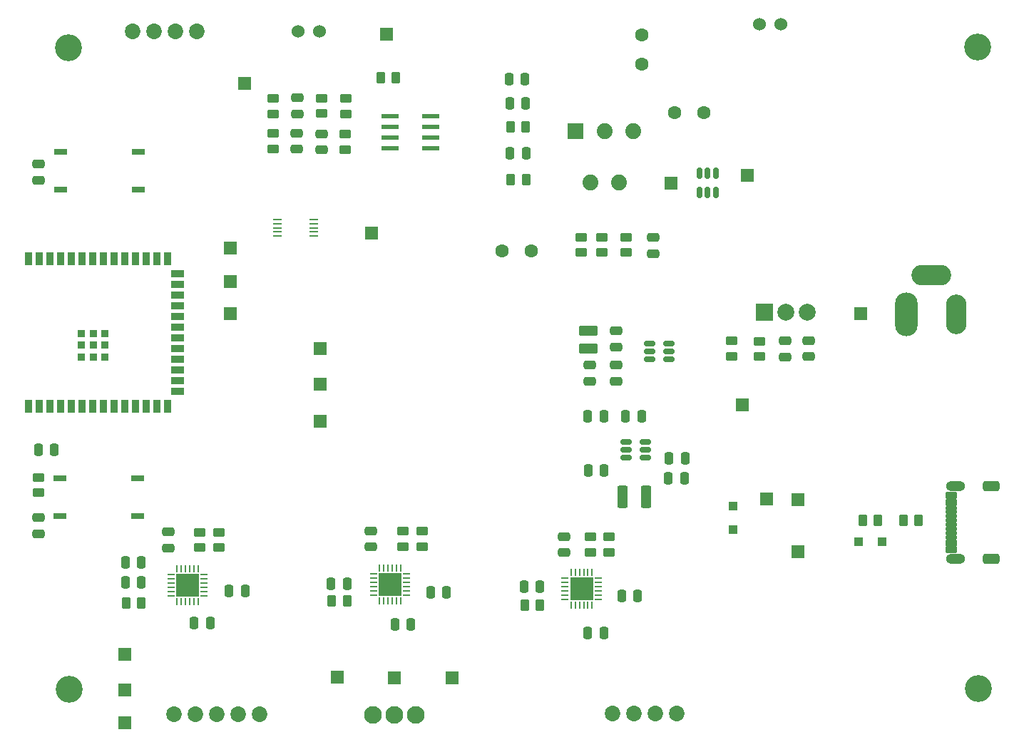
<source format=gts>
G04 #@! TF.GenerationSoftware,KiCad,Pcbnew,8.0.1*
G04 #@! TF.CreationDate,2024-11-07T21:01:29-08:00*
G04 #@! TF.ProjectId,hope_final_project,686f7065-5f66-4696-9e61-6c5f70726f6a,rev?*
G04 #@! TF.SameCoordinates,Original*
G04 #@! TF.FileFunction,Soldermask,Top*
G04 #@! TF.FilePolarity,Negative*
%FSLAX46Y46*%
G04 Gerber Fmt 4.6, Leading zero omitted, Abs format (unit mm)*
G04 Created by KiCad (PCBNEW 8.0.1) date 2024-11-07 21:01:29*
%MOMM*%
%LPD*%
G01*
G04 APERTURE LIST*
G04 Aperture macros list*
%AMRoundRect*
0 Rectangle with rounded corners*
0 $1 Rounding radius*
0 $2 $3 $4 $5 $6 $7 $8 $9 X,Y pos of 4 corners*
0 Add a 4 corners polygon primitive as box body*
4,1,4,$2,$3,$4,$5,$6,$7,$8,$9,$2,$3,0*
0 Add four circle primitives for the rounded corners*
1,1,$1+$1,$2,$3*
1,1,$1+$1,$4,$5*
1,1,$1+$1,$6,$7*
1,1,$1+$1,$8,$9*
0 Add four rect primitives between the rounded corners*
20,1,$1+$1,$2,$3,$4,$5,0*
20,1,$1+$1,$4,$5,$6,$7,0*
20,1,$1+$1,$6,$7,$8,$9,0*
20,1,$1+$1,$8,$9,$2,$3,0*%
G04 Aperture macros list end*
%ADD10C,3.200000*%
%ADD11RoundRect,0.250000X0.262500X0.450000X-0.262500X0.450000X-0.262500X-0.450000X0.262500X-0.450000X0*%
%ADD12RoundRect,0.250000X-0.450000X0.262500X-0.450000X-0.262500X0.450000X-0.262500X0.450000X0.262500X0*%
%ADD13R,1.500000X1.500000*%
%ADD14RoundRect,0.250000X0.450000X-0.262500X0.450000X0.262500X-0.450000X0.262500X-0.450000X-0.262500X0*%
%ADD15C,2.100000*%
%ADD16R,1.524000X0.762000*%
%ADD17RoundRect,0.250000X-0.250000X-0.475000X0.250000X-0.475000X0.250000X0.475000X-0.250000X0.475000X0*%
%ADD18RoundRect,0.250000X-0.262500X-0.450000X0.262500X-0.450000X0.262500X0.450000X-0.262500X0.450000X0*%
%ADD19RoundRect,0.250000X-0.300000X-0.300000X0.300000X-0.300000X0.300000X0.300000X-0.300000X0.300000X0*%
%ADD20RoundRect,0.250000X0.475000X-0.250000X0.475000X0.250000X-0.475000X0.250000X-0.475000X-0.250000X0*%
%ADD21C,1.524000*%
%ADD22RoundRect,0.250000X0.250000X0.475000X-0.250000X0.475000X-0.250000X-0.475000X0.250000X-0.475000X0*%
%ADD23RoundRect,0.250000X-0.475000X0.250000X-0.475000X-0.250000X0.475000X-0.250000X0.475000X0.250000X0*%
%ADD24C,1.600000*%
%ADD25RoundRect,0.062500X-0.062500X0.350000X-0.062500X-0.350000X0.062500X-0.350000X0.062500X0.350000X0*%
%ADD26RoundRect,0.062500X-0.350000X0.062500X-0.350000X-0.062500X0.350000X-0.062500X0.350000X0.062500X0*%
%ADD27R,2.700000X2.700000*%
%ADD28RoundRect,0.150000X0.512500X0.150000X-0.512500X0.150000X-0.512500X-0.150000X0.512500X-0.150000X0*%
%ADD29R,2.000000X2.000000*%
%ADD30C,2.000000*%
%ADD31R,1.890000X1.890000*%
%ADD32C,1.890000*%
%ADD33O,2.704000X5.204000*%
%ADD34O,2.454000X4.704000*%
%ADD35O,4.704000X2.454000*%
%ADD36C,1.854000*%
%ADD37RoundRect,0.150000X-0.150000X0.512500X-0.150000X-0.512500X0.150000X-0.512500X0.150000X0.512500X0*%
%ADD38R,2.000000X0.600000*%
%ADD39RoundRect,0.250000X-0.850000X0.375000X-0.850000X-0.375000X0.850000X-0.375000X0.850000X0.375000X0*%
%ADD40R,0.900000X1.500000*%
%ADD41R,1.500000X0.900000*%
%ADD42R,0.900000X0.900000*%
%ADD43R,1.100000X0.250000*%
%ADD44RoundRect,0.250000X0.300000X-0.300000X0.300000X0.300000X-0.300000X0.300000X-0.300000X-0.300000X0*%
%ADD45RoundRect,0.090000X0.575000X-0.300000X0.575000X0.300000X-0.575000X0.300000X-0.575000X-0.300000X0*%
%ADD46RoundRect,0.090000X0.575000X-0.150000X0.575000X0.150000X-0.575000X0.150000X-0.575000X-0.150000X0*%
%ADD47O,2.304000X1.204000*%
%ADD48RoundRect,0.301000X0.701000X-0.301000X0.701000X0.301000X-0.701000X0.301000X-0.701000X-0.301000X0*%
%ADD49RoundRect,0.250000X-0.375000X-1.075000X0.375000X-1.075000X0.375000X1.075000X-0.375000X1.075000X0*%
G04 APERTURE END LIST*
D10*
X200400000Y-134880000D03*
X92450000Y-134950000D03*
X200350000Y-58660000D03*
X92400000Y-58750000D03*
D11*
X148386800Y-124917200D03*
X146561800Y-124917200D03*
D12*
X158590627Y-81245900D03*
X158590627Y-83070900D03*
D13*
X186450000Y-90360000D03*
D11*
X125476000Y-124460000D03*
X123651000Y-124460000D03*
D14*
X155740627Y-83083400D03*
X155740627Y-81258400D03*
D15*
X133640000Y-137950000D03*
X131100000Y-137950000D03*
X128560000Y-137950000D03*
D16*
X91363800Y-114355002D03*
X100558600Y-114355002D03*
X91363800Y-109855000D03*
X100558600Y-109855000D03*
D17*
X163631250Y-109893750D03*
X165531250Y-109893750D03*
D18*
X144880000Y-74375000D03*
X146705000Y-74375000D03*
D19*
X186157500Y-117384100D03*
X188957500Y-117384100D03*
D20*
X104241600Y-118160800D03*
X104241600Y-116260800D03*
D21*
X122220000Y-56800000D03*
X119680000Y-56780000D03*
D12*
X116681250Y-68912500D03*
X116681250Y-70737500D03*
D13*
X172974000Y-73914000D03*
X111633000Y-90297000D03*
D20*
X119481250Y-70787500D03*
X119481250Y-68887500D03*
D17*
X154081250Y-108943750D03*
X155981250Y-108943750D03*
D22*
X90728800Y-106527600D03*
X88828800Y-106527600D03*
X148386800Y-122732800D03*
X146486800Y-122732800D03*
D13*
X172420000Y-101130000D03*
D23*
X177450000Y-93560000D03*
X177450000Y-95460000D03*
D22*
X113370400Y-123240800D03*
X111470400Y-123240800D03*
D13*
X137922000Y-133604000D03*
D22*
X109204800Y-127050800D03*
X107304800Y-127050800D03*
D24*
X147325000Y-82875000D03*
X143825000Y-82875000D03*
D14*
X122450000Y-66562500D03*
X122450000Y-64737500D03*
D25*
X107763000Y-120632500D03*
X107263000Y-120632500D03*
X106763000Y-120632500D03*
X106263000Y-120632500D03*
X105763000Y-120632500D03*
X105263000Y-120632500D03*
D26*
X104550500Y-121345000D03*
X104550500Y-121845000D03*
X104550500Y-122345000D03*
X104550500Y-122845000D03*
X104550500Y-123345000D03*
X104550500Y-123845000D03*
D25*
X105263000Y-124557500D03*
X105763000Y-124557500D03*
X106263000Y-124557500D03*
X106763000Y-124557500D03*
X107263000Y-124557500D03*
X107763000Y-124557500D03*
D26*
X108475500Y-123845000D03*
X108475500Y-123345000D03*
X108475500Y-122845000D03*
X108475500Y-122345000D03*
X108475500Y-121845000D03*
X108475500Y-121345000D03*
D27*
X106513000Y-122595000D03*
D25*
X154564400Y-121024300D03*
X154064400Y-121024300D03*
X153564400Y-121024300D03*
X153064400Y-121024300D03*
X152564400Y-121024300D03*
X152064400Y-121024300D03*
D26*
X151351900Y-121736800D03*
X151351900Y-122236800D03*
X151351900Y-122736800D03*
X151351900Y-123236800D03*
X151351900Y-123736800D03*
X151351900Y-124236800D03*
D25*
X152064400Y-124949300D03*
X152564400Y-124949300D03*
X153064400Y-124949300D03*
X153564400Y-124949300D03*
X154064400Y-124949300D03*
X154564400Y-124949300D03*
D26*
X155276900Y-124236800D03*
X155276900Y-123736800D03*
X155276900Y-123236800D03*
X155276900Y-122736800D03*
X155276900Y-122236800D03*
X155276900Y-121736800D03*
D27*
X153314400Y-122986800D03*
D12*
X88798400Y-109782600D03*
X88798400Y-111607600D03*
D28*
X160868750Y-107456250D03*
X160868750Y-106506250D03*
X160868750Y-105556250D03*
X158593750Y-105556250D03*
X158593750Y-106506250D03*
X158593750Y-107456250D03*
D13*
X124333000Y-133477000D03*
D29*
X175020000Y-90190000D03*
D30*
X177560000Y-90190000D03*
X180100000Y-90190000D03*
D31*
X152625000Y-68675000D03*
D32*
X154325000Y-74705000D03*
X156025000Y-68675000D03*
X157725000Y-74705000D03*
X159425000Y-68675000D03*
D13*
X179020000Y-112410000D03*
D16*
X91465400Y-75579801D03*
X100660200Y-75579801D03*
X91465400Y-71079799D03*
X100660200Y-71079799D03*
D13*
X99060000Y-135001000D03*
D20*
X88823800Y-116469200D03*
X88823800Y-114569200D03*
D33*
X191830000Y-90440000D03*
D34*
X197830000Y-90440000D03*
D35*
X194830000Y-85740000D03*
D36*
X164642800Y-137795000D03*
X162102800Y-137795000D03*
X159562800Y-137795000D03*
X157022800Y-137795000D03*
D25*
X131806000Y-120552500D03*
X131306000Y-120552500D03*
X130806000Y-120552500D03*
X130306000Y-120552500D03*
X129806000Y-120552500D03*
X129306000Y-120552500D03*
D26*
X128593500Y-121265000D03*
X128593500Y-121765000D03*
X128593500Y-122265000D03*
X128593500Y-122765000D03*
X128593500Y-123265000D03*
X128593500Y-123765000D03*
D25*
X129306000Y-124477500D03*
X129806000Y-124477500D03*
X130306000Y-124477500D03*
X130806000Y-124477500D03*
X131306000Y-124477500D03*
X131806000Y-124477500D03*
D26*
X132518500Y-123765000D03*
X132518500Y-123265000D03*
X132518500Y-122765000D03*
X132518500Y-122265000D03*
X132518500Y-121765000D03*
X132518500Y-121265000D03*
D27*
X130556000Y-122515000D03*
D23*
X119525000Y-64687500D03*
X119525000Y-66587500D03*
D21*
X174450000Y-55920000D03*
X176990000Y-55940000D03*
D13*
X113284000Y-62992000D03*
X111633000Y-86487000D03*
X179020000Y-118610000D03*
D37*
X169225000Y-73665500D03*
X168275000Y-73665500D03*
X167325000Y-73665500D03*
X167325000Y-75940500D03*
X168275000Y-75940500D03*
X169225000Y-75940500D03*
D22*
X160450000Y-102550000D03*
X158550000Y-102550000D03*
D14*
X156565600Y-118668800D03*
X156565600Y-116843800D03*
D13*
X111633000Y-82550000D03*
D12*
X171150000Y-93577500D03*
X171150000Y-95402500D03*
D11*
X188520800Y-114844100D03*
X186695800Y-114844100D03*
D12*
X125250000Y-68987500D03*
X125250000Y-70812500D03*
D22*
X155940800Y-128219200D03*
X154040800Y-128219200D03*
D23*
X122450000Y-68950000D03*
X122450000Y-70850000D03*
D24*
X160440000Y-60700000D03*
X160440000Y-57200000D03*
D38*
X130531250Y-66867500D03*
X130531250Y-68137500D03*
X130531250Y-69407500D03*
X130531250Y-70677500D03*
X135431250Y-70677500D03*
X135431250Y-69407500D03*
X135431250Y-68137500D03*
X135431250Y-66867500D03*
D12*
X153240627Y-81245900D03*
X153240627Y-83070900D03*
D20*
X151231600Y-118704400D03*
X151231600Y-116804400D03*
D14*
X154381200Y-118668800D03*
X154381200Y-116843800D03*
D22*
X101041200Y-122224800D03*
X99141200Y-122224800D03*
X146725000Y-71275000D03*
X144825000Y-71275000D03*
D17*
X163681250Y-107493750D03*
X165581250Y-107493750D03*
D13*
X175310000Y-112370000D03*
D14*
X132080000Y-118006500D03*
X132080000Y-116181500D03*
D23*
X154300000Y-96450000D03*
X154300000Y-98350000D03*
D39*
X154100000Y-92325000D03*
X154100000Y-94475000D03*
D36*
X115112800Y-137922000D03*
X112572800Y-137922000D03*
X110032800Y-137922000D03*
X107492800Y-137922000D03*
X104952800Y-137922000D03*
D22*
X101041200Y-119888000D03*
X99141200Y-119888000D03*
X137282000Y-123444000D03*
X135382000Y-123444000D03*
D13*
X122301000Y-98679000D03*
D14*
X107950000Y-118110000D03*
X107950000Y-116285000D03*
D13*
X99060000Y-138938000D03*
X131064000Y-133604000D03*
D11*
X146700000Y-68125000D03*
X144875000Y-68125000D03*
X131262500Y-62300000D03*
X129437500Y-62300000D03*
D14*
X125300000Y-66612500D03*
X125300000Y-64787500D03*
D22*
X125476000Y-122428000D03*
X123576000Y-122428000D03*
D23*
X157412500Y-92362500D03*
X157412500Y-94262500D03*
D22*
X146575000Y-62475000D03*
X144675000Y-62475000D03*
X133030000Y-127254000D03*
X131130000Y-127254000D03*
D14*
X116725000Y-66587500D03*
X116725000Y-64762500D03*
X174450000Y-95422500D03*
X174450000Y-93597500D03*
D23*
X161790627Y-81270900D03*
X161790627Y-83170900D03*
D18*
X191496400Y-114844100D03*
X193321400Y-114844100D03*
D36*
X107619800Y-56794400D03*
X105079800Y-56794400D03*
X102539800Y-56794400D03*
X99999800Y-56794400D03*
D11*
X101041200Y-124663200D03*
X99216200Y-124663200D03*
D22*
X159954000Y-123850400D03*
X158054000Y-123850400D03*
D13*
X130175000Y-57150000D03*
D40*
X87603200Y-101309200D03*
X88873200Y-101309200D03*
X90143200Y-101309200D03*
X91413200Y-101309200D03*
X92683200Y-101309200D03*
X93953200Y-101309200D03*
X95223200Y-101309200D03*
X96493200Y-101309200D03*
X97763200Y-101309200D03*
X99033200Y-101309200D03*
X100303200Y-101309200D03*
X101573200Y-101309200D03*
X102843200Y-101309200D03*
X104113200Y-101309200D03*
D41*
X105363200Y-99544200D03*
X105363200Y-98274200D03*
X105363200Y-97004200D03*
X105363200Y-95734200D03*
X105363200Y-94464200D03*
X105363200Y-93194200D03*
X105363200Y-91924200D03*
X105363200Y-90654200D03*
X105363200Y-89384200D03*
X105363200Y-88114200D03*
X105363200Y-86844200D03*
X105363200Y-85574200D03*
D40*
X104113200Y-83809200D03*
X102843200Y-83809200D03*
X101573200Y-83809200D03*
X100303200Y-83809200D03*
X99033200Y-83809200D03*
X97763200Y-83809200D03*
X96493200Y-83809200D03*
X95223200Y-83809200D03*
X93953200Y-83809200D03*
X92683200Y-83809200D03*
X91413200Y-83809200D03*
X90143200Y-83809200D03*
X88873200Y-83809200D03*
X87603200Y-83809200D03*
D42*
X93923200Y-95459200D03*
X95323200Y-95459200D03*
X96723200Y-95459200D03*
X96723200Y-95459200D03*
X93923200Y-94059200D03*
X93923200Y-94059200D03*
X95323200Y-94059200D03*
X96723200Y-94059200D03*
X93923200Y-92659200D03*
X95323200Y-92659200D03*
X96723200Y-92659200D03*
D43*
X117175000Y-79125000D03*
X117175000Y-79625000D03*
X117175000Y-80125000D03*
X117175000Y-80625000D03*
X117175000Y-81125000D03*
X121475000Y-81125000D03*
X121475000Y-80625000D03*
X121475000Y-80125000D03*
X121475000Y-79625000D03*
X121475000Y-79125000D03*
D44*
X171323000Y-115954000D03*
X171323000Y-113154000D03*
D20*
X128270000Y-118044000D03*
X128270000Y-116144000D03*
D22*
X155931250Y-102543750D03*
X154031250Y-102543750D03*
D28*
X163700000Y-95750000D03*
X163700000Y-94800000D03*
X163700000Y-93850000D03*
X161425000Y-93850000D03*
X161425000Y-94800000D03*
X161425000Y-95750000D03*
D13*
X122301000Y-94488000D03*
D24*
X164360000Y-66480000D03*
X167860000Y-66480000D03*
D20*
X88849200Y-74457600D03*
X88849200Y-72557600D03*
D14*
X134366000Y-118006500D03*
X134366000Y-116181500D03*
D13*
X122301000Y-103124000D03*
X128397000Y-80772000D03*
D23*
X180260000Y-93530000D03*
X180260000Y-95430000D03*
D13*
X99060000Y-130810000D03*
D45*
X197165000Y-118350000D03*
X197165000Y-117550000D03*
D46*
X197165000Y-116400000D03*
X197165000Y-115400000D03*
X197165000Y-114900000D03*
X197165000Y-113900000D03*
D45*
X197165000Y-111950000D03*
X197165000Y-112750000D03*
D46*
X197165000Y-113400000D03*
X197165000Y-114400000D03*
X197165000Y-115900000D03*
X197165000Y-116900000D03*
D47*
X197740000Y-119470000D03*
D48*
X201920000Y-119470000D03*
D47*
X197740000Y-110830000D03*
D48*
X201920000Y-110830000D03*
D13*
X163957000Y-74803000D03*
D14*
X110286800Y-118108100D03*
X110286800Y-116283100D03*
D49*
X158131250Y-112093750D03*
X160931250Y-112093750D03*
D23*
X157400000Y-96450000D03*
X157400000Y-98350000D03*
D22*
X146675000Y-65325000D03*
X144775000Y-65325000D03*
M02*

</source>
